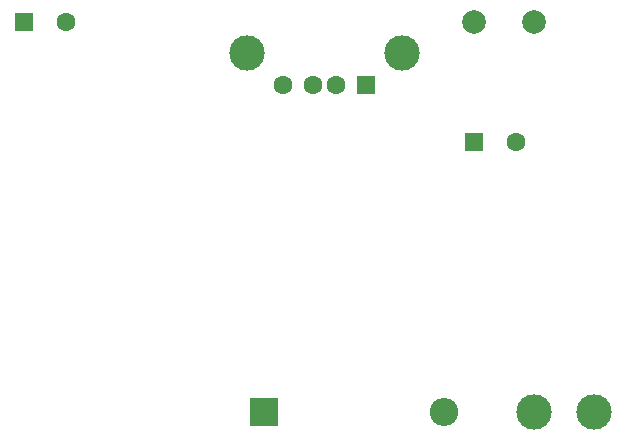
<source format=gbr>
%TF.GenerationSoftware,KiCad,Pcbnew,(6.0.4-0)*%
%TF.CreationDate,2022-06-08T11:17:20-07:00*%
%TF.ProjectId,DC_To_DC_Converter,44435f54-6f5f-4444-935f-436f6e766572,rev?*%
%TF.SameCoordinates,Original*%
%TF.FileFunction,Soldermask,Bot*%
%TF.FilePolarity,Negative*%
%FSLAX46Y46*%
G04 Gerber Fmt 4.6, Leading zero omitted, Abs format (unit mm)*
G04 Created by KiCad (PCBNEW (6.0.4-0)) date 2022-06-08 11:17:20*
%MOMM*%
%LPD*%
G01*
G04 APERTURE LIST*
%ADD10R,1.600000X1.600000*%
%ADD11C,1.600000*%
%ADD12C,2.000000*%
%ADD13C,3.000000*%
%ADD14R,2.400000X2.400000*%
%ADD15O,2.400000X2.400000*%
%ADD16R,1.600000X1.500000*%
G04 APERTURE END LIST*
D10*
%TO.C,C1*%
X165100000Y-45720000D03*
D11*
X168600000Y-45720000D03*
%TD*%
D12*
%TO.C,FB1*%
X170180000Y-35560000D03*
X165100000Y-35560000D03*
%TD*%
D13*
%TO.C,J1*%
X175260000Y-68580000D03*
X170180000Y-68580000D03*
%TD*%
D14*
%TO.C,D1*%
X147320000Y-68580000D03*
D15*
X162560000Y-68580000D03*
%TD*%
D10*
%TO.C,C2*%
X127000000Y-35560000D03*
D11*
X130500000Y-35560000D03*
%TD*%
D16*
%TO.C,J2*%
X155900000Y-40920000D03*
D11*
X153400000Y-40920000D03*
X151400000Y-40920000D03*
X148900000Y-40920000D03*
D13*
X158970000Y-38210000D03*
X145830000Y-38210000D03*
%TD*%
M02*

</source>
